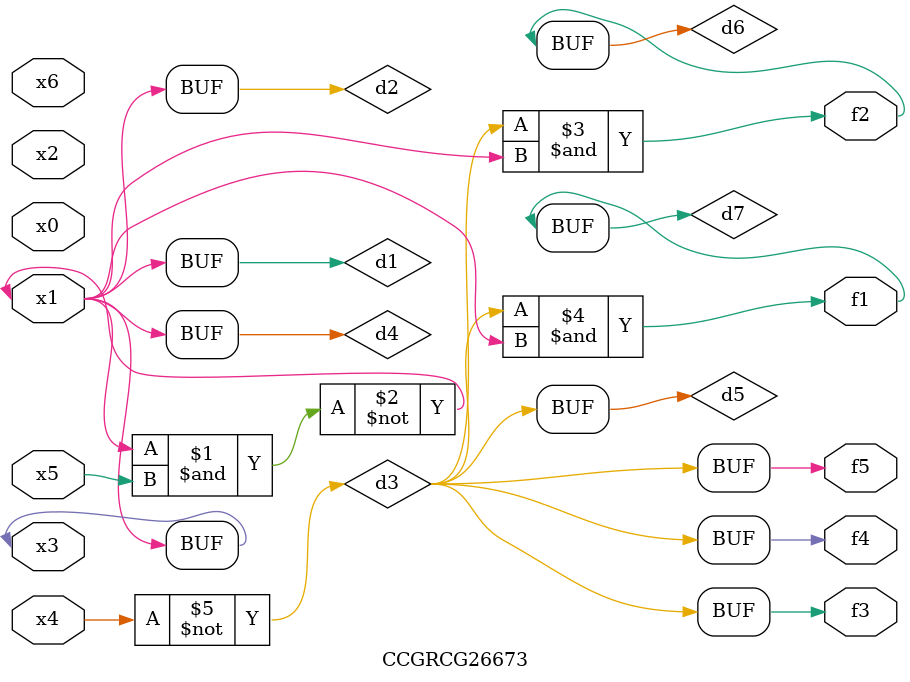
<source format=v>
module CCGRCG26673(
	input x0, x1, x2, x3, x4, x5, x6,
	output f1, f2, f3, f4, f5
);

	wire d1, d2, d3, d4, d5, d6, d7;

	buf (d1, x1, x3);
	nand (d2, x1, x5);
	not (d3, x4);
	buf (d4, d1, d2);
	buf (d5, d3);
	and (d6, d3, d4);
	and (d7, d3, d4);
	assign f1 = d7;
	assign f2 = d6;
	assign f3 = d5;
	assign f4 = d5;
	assign f5 = d5;
endmodule

</source>
